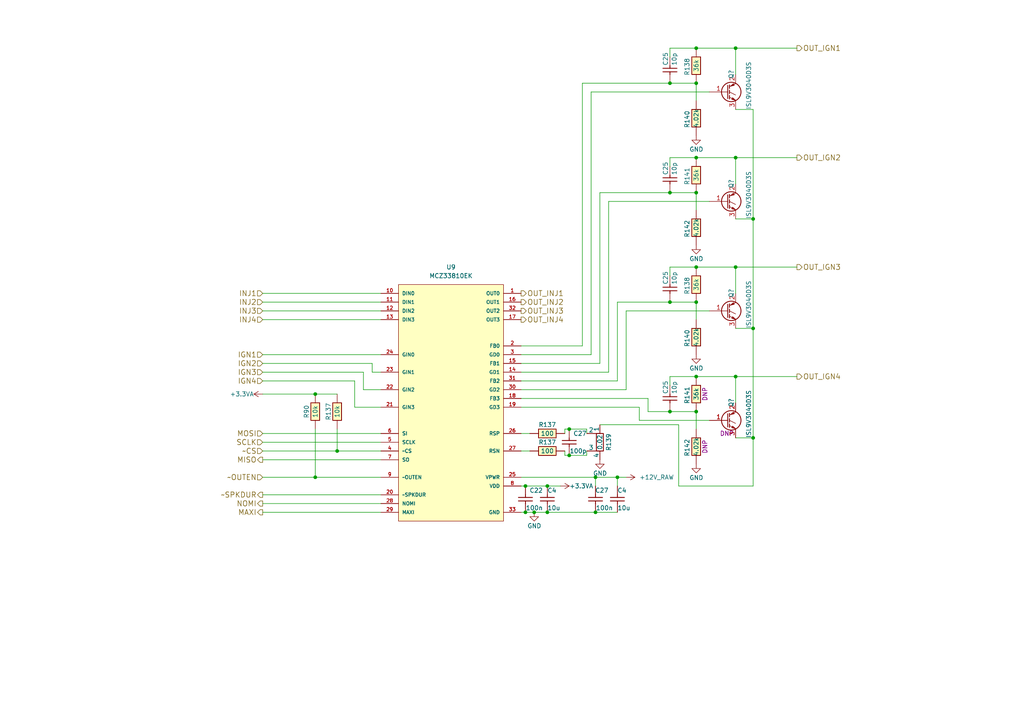
<source format=kicad_sch>
(kicad_sch (version 20230121) (generator eeschema)
  (paper "A4")
  (lib_symbols
    (symbol "Device:Q_NIGBT_GCE" (pin_names (offset 0) hide)
      (property "Reference" "Q" (at 5.08 1.27 0))
      (property "Value" "Q_NIGBT_GCE" (at 5.08 -1.27 0))
      (symbol "Q_NIGBT_GCE_0_1"
        (polyline (pts (xy 0.762 -1.016) (xy 0.762 -2.032)) (stroke (width 0.254)))
        (polyline (pts (xy 0.762 0.508) (xy 0.762 -0.508)) (stroke (width 0.254)))
        (polyline (pts (xy 0.762 2.032) (xy 0.762 1.016)) (stroke (width 0.254)))
        (polyline (pts (xy 2.54 -2.413) (xy 0.762 -1.524)))
        (polyline (pts (xy 2.54 -0.889) (xy 0.762 0)))
        (polyline (pts (xy 2.54 2.413) (xy 0.762 1.524)))
        (polyline (pts (xy 0.254 1.905) (xy 0.254 -1.905) (xy 0.254 -1.905)) (stroke (width 0.254)))
        (polyline (pts (xy 1.397 -2.159) (xy 1.651 -1.651) (xy 2.54 -2.413) (xy 1.397 -2.159)) (fill (type outline)))
        (polyline (pts (xy 2.159 1.905) (xy 1.905 2.413) (xy 1.016 1.651) (xy 2.159 1.905)) (fill (type outline)))
        (circle (center 1.27 0) (radius 2.8194) (stroke (width 0.254)))
      )
      (symbol "Q_NIGBT_GCE_1_1"
        (pin input line (at -5.08 0 0) (length 5.334) (name "G") (number "1"))
        (pin passive line (at 2.54 5.08 270) (length 2.54) (name "C") (number "2"))
        (pin passive line (at 2.54 -5.08 90) (length 2.54) (name "E") (number "3"))
      )
    )
    (symbol "Device:R_Shunt" (pin_numbers hide) (pin_names (offset 0))
      (property "Reference" "R" (at -4.445 0 90))
      (property "Value" "R_Shunt" (at -2.54 0 90))
      (symbol "R_Shunt_0_1"
        (rectangle (start -1.016 -2.54) (end 1.016 2.54) (stroke (width 0.254)))
        (polyline (pts (xy 0 -2.54) (xy 1.27 -2.54)))
        (polyline (pts (xy 1.27 2.54) (xy 0 2.54)))
      )
      (symbol "R_Shunt_1_1"
        (pin passive line (at 0 5.08 270) (length 2.54) (name "1") (number "1"))
        (pin passive line (at 3.81 2.54 180) (length 2.54) (name "2") (number "2"))
        (pin passive line (at 3.81 -2.54 180) (length 2.54) (name "3") (number "3"))
        (pin passive line (at 0 -5.08 90) (length 2.54) (name "4") (number "4"))
      )
    )
    (symbol "Mcz33810:MCZ33810EK" (pin_names (offset 1.016))
      (property "Reference" "U" (at -1.27 38.1 0))
      (property "Value" "MCZ33810EK" (at -6.35 35.56 0))
      (symbol "MCZ33810EK_0_0"
        (pin output line (at 20.32 33.02 180) (length 5.08) (name "OUT0") (number "1"))
        (pin input line (at -20.32 33.02 0) (length 5.08) (name "DIN0") (number "10"))
        (pin input line (at -20.32 30.48 0) (length 5.08) (name "DIN1") (number "11"))
        (pin input line (at -20.32 27.94 0) (length 5.08) (name "DIN2") (number "12"))
        (pin input line (at -20.32 25.4 0) (length 5.08) (name "DIN3") (number "13"))
        (pin output line (at 20.32 10.16 180) (length 5.08) (name "GD1") (number "14"))
        (pin input line (at 20.32 12.7 180) (length 5.08) (name "FB1") (number "15"))
        (pin output line (at 20.32 30.48 180) (length 5.08) (name "OUT1") (number "16"))
        (pin output line (at 20.32 25.4 180) (length 5.08) (name "OUT3") (number "17"))
        (pin input line (at 20.32 2.54 180) (length 5.08) (name "FB3") (number "18"))
        (pin output line (at 20.32 0 180) (length 5.08) (name "GD3") (number "19"))
        (pin input line (at 20.32 17.78 180) (length 5.08) (name "FB0") (number "2"))
        (pin input line (at -20.32 -25.4 0) (length 5.08) (name "~SPKDUR") (number "20"))
        (pin input line (at -20.32 0 0) (length 5.08) (name "GIN3") (number "21"))
        (pin input line (at -20.32 5.08 0) (length 5.08) (name "GIN2") (number "22"))
        (pin input line (at -20.32 10.16 0) (length 5.08) (name "GIN1") (number "23"))
        (pin input line (at -20.32 15.24 0) (length 5.08) (name "GIN0") (number "24"))
        (pin input line (at 20.32 -20.32 180) (length 5.08) (name "VPWR") (number "25"))
        (pin input line (at 20.32 -7.62 180) (length 5.08) (name "RSP") (number "26"))
        (pin input line (at 20.32 -12.7 180) (length 5.08) (name "RSN") (number "27"))
        (pin output line (at -20.32 -27.94 0) (length 5.08) (name "NOMI") (number "28"))
        (pin input line (at -20.32 -30.48 0) (length 5.08) (name "MAXI") (number "29"))
        (pin output line (at 20.32 15.24 180) (length 5.08) (name "GD0") (number "3"))
        (pin output line (at 20.32 5.08 180) (length 5.08) (name "GD2") (number "30"))
        (pin input line (at 20.32 7.62 180) (length 5.08) (name "FB2") (number "31"))
        (pin output line (at 20.32 27.94 180) (length 5.08) (name "OUT2") (number "32"))
        (pin passive line (at 20.32 -30.48 180) (length 5.08) (name "GND") (number "33"))
        (pin input line (at -20.32 -12.7 0) (length 5.08) (name "~CS") (number "4"))
        (pin input line (at -20.32 -10.16 0) (length 5.08) (name "SCLK") (number "5"))
        (pin input line (at -20.32 -7.62 0) (length 5.08) (name "SI") (number "6"))
        (pin output line (at -20.32 -15.24 0) (length 5.08) (name "SO") (number "7"))
        (pin power_in line (at 20.32 -22.86 180) (length 5.08) (name "VDD") (number "8"))
        (pin output line (at -20.32 -20.32 0) (length 5.08) (name "~OUTEN") (number "9"))
      )
      (symbol "MCZ33810EK_1_0"
        (rectangle (start -15.24 35.56) (end 15.24 -33.02) (fill (type background)))
      )
    )
    (symbol "hellen-one-common:+12V_RAW" (power) (pin_names (offset 0))
      (property "Value" "+12V_RAW" (at 0 3.556 0))
      (symbol "+12V_RAW_0_1"
        (polyline (pts (xy -0.762 1.27) (xy 0 2.54)))
        (polyline (pts (xy 0 0) (xy 0 2.54)))
        (polyline (pts (xy 0 2.54) (xy 0.762 1.27)))
      )
      (symbol "+12V_RAW_1_1"
        (pin power_in line (at 0 0 90) (length 0) hide (name "+12V_RAW") (number "1"))
      )
    )
    (symbol "hellen-one-common:Cap" (pin_numbers hide)
      (property "Reference" "C" (at -3.81 2.54 0))
      (property "Value" "Cap" (at -2.54 -1.27 0))
      (symbol "Cap_1_0"
        (polyline (pts (xy -1.27 0) (xy -0.508 0)) (stroke (width 0.254)))
        (polyline (pts (xy -0.508 -2.032) (xy -0.508 2.032)) (stroke (width 0.254)))
        (polyline (pts (xy 0.508 2.032) (xy 0.508 -2.032)) (stroke (width 0.254)))
        (polyline (pts (xy 1.27 0) (xy 0.508 0)) (stroke (width 0.254)))
        (pin passive line (at -3.81 0 0) (length 2.54) (name "") (number "1"))
        (pin passive line (at 3.81 0 180) (length 2.54) (name "") (number "2"))
      )
    )
    (symbol "hellen-one-common:Res" (pin_numbers hide)
      (property "Reference" "R" (at 3.81 2.54 0))
      (property "Value" "Res" (at 5.08 -2.54 0))
      (symbol "Res_1_0"
        (rectangle (start 2.54 -1.27) (end 7.62 1.27) (stroke (width 0.254)) (fill (type background)))
        (pin passive line (at 0 0 0) (length 2.54) (name "") (number "1"))
        (pin passive line (at 10.16 0 180) (length 2.54) (name "") (number "2"))
      )
    )
    (symbol "power:+3.3VA" (power) (pin_names (offset 0))
      (property "Value" "+3.3VA" (at 0 3.556 0))
      (symbol "+3.3VA_0_1"
        (polyline (pts (xy -0.762 1.27) (xy 0 2.54)))
        (polyline (pts (xy 0 0) (xy 0 2.54)))
        (polyline (pts (xy 0 2.54) (xy 0.762 1.27)))
      )
      (symbol "+3.3VA_1_1"
        (pin power_in line (at 0 0 90) (length 0) hide (name "+3.3VA") (number "1"))
      )
    )
    (symbol "power:GND" (power) (pin_names (offset 0))
      (property "Value" "GND" (at 0 -3.81 0))
      (symbol "GND_0_1"
        (polyline (pts (xy 0 0) (xy 0 -1.27) (xy 1.27 -1.27) (xy 0 -2.54) (xy -1.27 -1.27) (xy 0 -1.27)))
      )
      (symbol "GND_1_1"
        (pin power_in line (at 0 0 270) (length 0) hide (name "GND") (number "1"))
      )
    )
  )
  (junction (at 172.72 138.43))
  (junction (at 201.93 119.38))
  (junction (at 172.72 148.59))
  (junction (at 194.31 24.13))
  (junction (at 201.93 45.72))
  (junction (at 154.94 148.59))
  (junction (at 91.44 114.3))
  (junction (at 152.4 148.59))
  (junction (at 213.36 45.72))
  (junction (at 194.31 87.63))
  (junction (at 213.36 109.22))
  (junction (at 201.93 55.88))
  (junction (at 152.4 140.97))
  (junction (at 201.93 13.97))
  (junction (at 218.44 127))
  (junction (at 165.1 132.08))
  (junction (at 91.44 138.43))
  (junction (at 213.36 13.97))
  (junction (at 194.31 119.38))
  (junction (at 218.44 63.5))
  (junction (at 194.31 55.88))
  (junction (at 218.44 95.25))
  (junction (at 97.79 130.81))
  (junction (at 158.75 148.59))
  (junction (at 201.93 24.13))
  (junction (at 158.75 140.97))
  (junction (at 201.93 87.63))
  (junction (at 179.07 138.43))
  (junction (at 201.93 109.22))
  (junction (at 165.1 124.46))
  (junction (at 201.93 77.47))
  (junction (at 213.36 77.47))
  (wire (pts (xy 213.36 45.72) (xy 231.14 45.72)))
  (wire (pts (xy 194.31 119.38) (xy 201.93 119.38)))
  (wire (pts (xy 76.2 128.27) (xy 110.49 128.27)))
  (wire (pts (xy 213.36 95.25) (xy 218.44 95.25)))
  (wire (pts (xy 154.94 148.59) (xy 158.75 148.59)))
  (wire (pts (xy 170.18 132.08) (xy 170.18 130.81)))
  (wire (pts (xy 185.42 121.92) (xy 205.74 121.92)))
  (wire (pts (xy 201.93 45.72) (xy 194.31 45.72)))
  (wire (pts (xy 201.93 45.72) (xy 213.36 45.72)))
  (wire (pts (xy 151.13 100.33) (xy 168.91 100.33)))
  (wire (pts (xy 213.36 21.59) (xy 213.36 13.97)))
  (wire (pts (xy 201.93 77.47) (xy 194.31 77.47)))
  (wire (pts (xy 76.2 92.71) (xy 110.49 92.71)))
  (wire (pts (xy 218.44 127) (xy 218.44 140.97)))
  (wire (pts (xy 76.2 114.3) (xy 91.44 114.3)))
  (wire (pts (xy 196.85 140.97) (xy 218.44 140.97)))
  (wire (pts (xy 194.31 55.88) (xy 201.93 55.88)))
  (wire (pts (xy 172.72 140.97) (xy 172.72 138.43)))
  (wire (pts (xy 151.13 115.57) (xy 187.96 115.57)))
  (wire (pts (xy 105.41 113.03) (xy 105.41 107.95)))
  (wire (pts (xy 91.44 114.3) (xy 97.79 114.3)))
  (wire (pts (xy 213.36 63.5) (xy 218.44 63.5)))
  (wire (pts (xy 151.13 102.87) (xy 171.45 102.87)))
  (wire (pts (xy 194.31 13.97) (xy 194.31 16.51)))
  (wire (pts (xy 76.2 87.63) (xy 110.49 87.63)))
  (wire (pts (xy 165.1 124.46) (xy 163.83 124.46)))
  (wire (pts (xy 76.2 138.43) (xy 91.44 138.43)))
  (wire (pts (xy 194.31 109.22) (xy 194.31 111.76)))
  (wire (pts (xy 213.36 77.47) (xy 231.14 77.47)))
  (wire (pts (xy 196.85 123.19) (xy 196.85 140.97)))
  (wire (pts (xy 163.83 124.46) (xy 163.83 125.73)))
  (wire (pts (xy 151.13 110.49) (xy 179.07 110.49)))
  (wire (pts (xy 201.93 92.71) (xy 201.93 87.63)))
  (wire (pts (xy 213.36 31.75) (xy 218.44 31.75)))
  (wire (pts (xy 76.2 110.49) (xy 102.87 110.49)))
  (wire (pts (xy 179.07 138.43) (xy 181.61 138.43)))
  (wire (pts (xy 170.18 124.46) (xy 165.1 124.46)))
  (wire (pts (xy 76.2 125.73) (xy 110.49 125.73)))
  (wire (pts (xy 181.61 113.03) (xy 151.13 113.03)))
  (wire (pts (xy 171.45 26.67) (xy 205.74 26.67)))
  (wire (pts (xy 152.4 140.97) (xy 151.13 140.97)))
  (wire (pts (xy 194.31 87.63) (xy 201.93 87.63)))
  (wire (pts (xy 173.99 123.19) (xy 196.85 123.19)))
  (wire (pts (xy 102.87 110.49) (xy 102.87 118.11)))
  (wire (pts (xy 172.72 148.59) (xy 179.07 148.59)))
  (wire (pts (xy 165.1 132.08) (xy 163.83 132.08)))
  (wire (pts (xy 151.13 105.41) (xy 173.99 105.41)))
  (wire (pts (xy 76.2 133.35) (xy 110.49 133.35)))
  (wire (pts (xy 201.93 13.97) (xy 213.36 13.97)))
  (wire (pts (xy 176.53 58.42) (xy 205.74 58.42)))
  (wire (pts (xy 185.42 118.11) (xy 185.42 121.92)))
  (wire (pts (xy 76.2 143.51) (xy 110.49 143.51)))
  (wire (pts (xy 97.79 130.81) (xy 97.79 124.46)))
  (wire (pts (xy 201.93 109.22) (xy 194.31 109.22)))
  (wire (pts (xy 102.87 118.11) (xy 110.49 118.11)))
  (wire (pts (xy 218.44 95.25) (xy 218.44 127)))
  (wire (pts (xy 185.42 118.11) (xy 151.13 118.11)))
  (wire (pts (xy 213.36 53.34) (xy 213.36 45.72)))
  (wire (pts (xy 187.96 119.38) (xy 187.96 115.57)))
  (wire (pts (xy 91.44 138.43) (xy 110.49 138.43)))
  (wire (pts (xy 152.4 140.97) (xy 158.75 140.97)))
  (wire (pts (xy 173.99 105.41) (xy 173.99 55.88)))
  (wire (pts (xy 179.07 110.49) (xy 179.07 87.63)))
  (wire (pts (xy 76.2 130.81) (xy 97.79 130.81)))
  (wire (pts (xy 170.18 124.46) (xy 170.18 125.73)))
  (wire (pts (xy 179.07 87.63) (xy 194.31 87.63)))
  (wire (pts (xy 107.95 107.95) (xy 107.95 105.41)))
  (wire (pts (xy 76.2 148.59) (xy 110.49 148.59)))
  (wire (pts (xy 76.2 107.95) (xy 105.41 107.95)))
  (wire (pts (xy 154.94 148.59) (xy 152.4 148.59)))
  (wire (pts (xy 176.53 107.95) (xy 176.53 58.42)))
  (wire (pts (xy 201.93 29.21) (xy 201.93 24.13)))
  (wire (pts (xy 76.2 105.41) (xy 107.95 105.41)))
  (wire (pts (xy 218.44 63.5) (xy 218.44 95.25)))
  (wire (pts (xy 168.91 100.33) (xy 168.91 24.13)))
  (wire (pts (xy 110.49 113.03) (xy 105.41 113.03)))
  (wire (pts (xy 151.13 125.73) (xy 153.67 125.73)))
  (wire (pts (xy 201.93 109.22) (xy 213.36 109.22)))
  (wire (pts (xy 172.72 138.43) (xy 151.13 138.43)))
  (wire (pts (xy 194.31 77.47) (xy 194.31 80.01)))
  (wire (pts (xy 179.07 138.43) (xy 179.07 140.97)))
  (wire (pts (xy 201.93 60.96) (xy 201.93 55.88)))
  (wire (pts (xy 171.45 102.87) (xy 171.45 26.67)))
  (wire (pts (xy 152.4 148.59) (xy 151.13 148.59)))
  (wire (pts (xy 181.61 90.17) (xy 181.61 113.03)))
  (wire (pts (xy 201.93 77.47) (xy 213.36 77.47)))
  (wire (pts (xy 213.36 109.22) (xy 231.14 109.22)))
  (wire (pts (xy 205.74 90.17) (xy 181.61 90.17)))
  (wire (pts (xy 110.49 107.95) (xy 107.95 107.95)))
  (wire (pts (xy 76.2 90.17) (xy 110.49 90.17)))
  (wire (pts (xy 213.36 127) (xy 218.44 127)))
  (wire (pts (xy 168.91 24.13) (xy 194.31 24.13)))
  (wire (pts (xy 158.75 140.97) (xy 162.56 140.97)))
  (wire (pts (xy 158.75 148.59) (xy 172.72 148.59)))
  (wire (pts (xy 201.93 124.46) (xy 201.93 119.38)))
  (wire (pts (xy 76.2 146.05) (xy 110.49 146.05)))
  (wire (pts (xy 151.13 107.95) (xy 176.53 107.95)))
  (wire (pts (xy 173.99 55.88) (xy 194.31 55.88)))
  (wire (pts (xy 110.49 130.81) (xy 97.79 130.81)))
  (wire (pts (xy 187.96 119.38) (xy 194.31 119.38)))
  (wire (pts (xy 76.2 102.87) (xy 110.49 102.87)))
  (wire (pts (xy 213.36 116.84) (xy 213.36 109.22)))
  (wire (pts (xy 218.44 31.75) (xy 218.44 63.5)))
  (wire (pts (xy 76.2 85.09) (xy 110.49 85.09)))
  (wire (pts (xy 91.44 124.46) (xy 91.44 138.43)))
  (wire (pts (xy 213.36 13.97) (xy 231.14 13.97)))
  (wire (pts (xy 194.31 45.72) (xy 194.31 48.26)))
  (wire (pts (xy 213.36 85.09) (xy 213.36 77.47)))
  (wire (pts (xy 201.93 13.97) (xy 194.31 13.97)))
  (wire (pts (xy 179.07 138.43) (xy 172.72 138.43)))
  (wire (pts (xy 153.67 130.81) (xy 151.13 130.81)))
  (wire (pts (xy 170.18 132.08) (xy 165.1 132.08)))
  (wire (pts (xy 194.31 24.13) (xy 201.93 24.13)))
  (wire (pts (xy 163.83 132.08) (xy 163.83 130.81)))
  (hierarchical_label "OUT_IGN3" (shape output) (at 231.14 77.47 0) (effects (font (size 1.524 1.524))))
  (hierarchical_label "OUT_INJ2" (shape output) (at 151.13 87.63 0) (effects (font (size 1.524 1.524))))
  (hierarchical_label "OUT_INJ3" (shape output) (at 151.13 90.17 0) (effects (font (size 1.524 1.524))))
  (hierarchical_label "NOMI" (shape output) (at 76.2 146.05 180) (effects (font (size 1.524 1.524))))
  (hierarchical_label "INJ4" (shape input) (at 76.2 92.71 180) (effects (font (size 1.524 1.524))))
  (hierarchical_label "SCLK" (shape input) (at 76.2 128.27 180) (effects (font (size 1.524 1.524))))
  (hierarchical_label "IGN4" (shape input) (at 76.2 110.49 180) (effects (font (size 1.524 1.524))))
  (hierarchical_label "~OUTEN" (shape input) (at 76.2 138.43 180) (effects (font (size 1.524 1.524))))
  (hierarchical_label "MAXI" (shape output) (at 76.2 148.59 180) (effects (font (size 1.524 1.524))))
  (hierarchical_label "INJ2" (shape input) (at 76.2 87.63 180) (effects (font (size 1.524 1.524))))
  (hierarchical_label "OUT_IGN1" (shape output) (at 231.14 13.97 0) (effects (font (size 1.524 1.524))))
  (hierarchical_label "INJ3" (shape input) (at 76.2 90.17 180) (effects (font (size 1.524 1.524))))
  (hierarchical_label "MOSI" (shape input) (at 76.2 125.73 180) (effects (font (size 1.524 1.524))))
  (hierarchical_label "~CS" (shape input) (at 76.2 130.81 180) (effects (font (size 1.524 1.524))))
  (hierarchical_label "IGN1" (shape input) (at 76.2 102.87 180) (effects (font (size 1.524 1.524))))
  (hierarchical_label "IGN3" (shape input) (at 76.2 107.95 180) (effects (font (size 1.524 1.524))))
  (hierarchical_label "OUT_IGN2" (shape output) (at 231.14 45.72 0) (effects (font (size 1.524 1.524))))
  (hierarchical_label "IGN2" (shape input) (at 76.2 105.41 180) (effects (font (size 1.524 1.524))))
  (hierarchical_label "INJ1" (shape input) (at 76.2 85.09 180) (effects (font (size 1.524 1.524))))
  (hierarchical_label "MISO" (shape output) (at 76.2 133.35 180) (effects (font (size 1.524 1.524))))
  (hierarchical_label "OUT_IGN4" (shape output) (at 231.14 109.22 0) (effects (font (size 1.524 1.524))))
  (hierarchical_label "~SPKDUR" (shape output) (at 76.2 143.51 180) (effects (font (size 1.524 1.524))))
  (hierarchical_label "OUT_INJ1" (shape output) (at 151.13 85.09 0) (effects (font (size 1.524 1.524))))
  (hierarchical_label "OUT_INJ4" (shape output) (at 151.13 92.71 0) (effects (font (size 1.524 1.524))))
  (symbol (lib_id "hellen-one-common:Cap") (at 158.75 144.78 90) (unit 1)
    (property "Reference" "C4" (at 158.75 142.24 90) (effects (justify right)))
    (property "Value" "10u" (at 158.75 147.32 90) (effects (justify right)))
    (property "Footprint" "Capacitor_SMD:C_0805_2012Metric" (effects hide))
    (property "LCSC" "C440198" (effects hide))
    (instances (project "MC33810-breakout" (path "" (reference "C4") (unit 1)) (path "" (reference "C2") (unit 1))) (project "hd81" (path "" (reference "C15") (unit 1))) (project "hellen-112-mg1" (path "" (reference "C15") (unit 1))))
  )
  (symbol (lib_id "Device:Q_NIGBT_GCE") (at 210.82 121.92 0) (unit 1)
    (property "Reference" "Q?" (at 212.09 118.11 90) (effects (justify left)))
    (property "Value" "ISL9V3040D3S" (at 217.17 127 90) (effects (justify left)))
    (property "Footprint" "Package_TO_SOT_SMD:TO-252-2" (effects hide))
    (property "MyComment" "DNP" (at 210.82 125.73 0))
    (instances (project "hd81" (path "" (reference "Q?") (unit 1)) (path "" (reference "Q4") (unit 1))) (project "DUMB_COILS4" (path "" (reference "Q?") (unit 1))) (project "hellen-112-mg1" (path "" (reference "Q1") (unit 1)) (path "" (reference "Q14") (unit 1))) (project "ign_quad" (path "" (reference "Q?") (unit 1))))
  )
  (symbol (lib_id "hellen-one-common:Cap") (at 179.07 144.78 90) (unit 1)
    (property "Reference" "C4" (at 179.07 142.24 90) (effects (justify right)))
    (property "Value" "10u" (at 179.07 147.32 90) (effects (justify right)))
    (property "Footprint" "Capacitor_SMD:C_0805_2012Metric" (effects hide))
    (property "LCSC" "C440198" (effects hide))
    (instances (project "MC33810-breakout" (path "" (reference "C4") (unit 1)) (path "" (reference "C5") (unit 1))) (project "hd81" (path "" (reference "C17") (unit 1))) (project "hellen-112-mg1" (path "" (reference "C17") (unit 1))))
  )
  (symbol (lib_id "hellen-one-common:Res") (at 201.93 29.21 90) (mirror x) (unit 1)
    (property "Reference" "R140" (at 199.2853 34.6104 0))
    (property "Value" "4.02k" (at 201.93 34.29 0))
    (property "Footprint" "Resistor_SMD:R_1206_3216Metric" (effects hide))
    (property "LCSC" "C274026" (effects hide))
    (instances (project "MC33810-breakout" (path "" (reference "R140") (unit 1)) (path "" (reference "R7") (unit 1))) (project "hd81" (path "" (reference "R13") (unit 1)) (path "" (reference "R33") (unit 1))) (project "hellen-112-mg1" (path "" (reference "R76") (unit 1))))
  )
  (symbol (lib_id "Device:Q_NIGBT_GCE") (at 210.82 26.67 0) (unit 1)
    (property "Reference" "Q?" (at 212.09 22.86 90) (effects (justify left)))
    (property "Value" "ISL9V3040D3S" (at 217.17 31.75 90) (effects (justify left)))
    (property "Footprint" "Package_TO_SOT_SMD:TO-252-2" (effects hide))
    (property "LCSC" "C462128" (effects hide))
    (instances (project "hd81" (path "" (reference "Q?") (unit 1)) (path "" (reference "Q3") (unit 1))) (project "DUMB_COILS4" (path "" (reference "Q?") (unit 1))) (project "hellen-112-mg1" (path "" (reference "Q1") (unit 1)) (path "" (reference "Q11") (unit 1))) (project "ign_quad" (path "" (reference "Q?") (unit 1))))
  )
  (symbol (lib_id "hellen-one-common:Cap") (at 194.31 115.57 270) (unit 1)
    (property "Reference" "C25" (at 193.04 114.3 0) (effects (justify right)))
    (property "Value" "10p" (at 195.58 114.3 0) (effects (justify right)))
    (property "Footprint" "hellen-one-common:C0603" (effects hide))
    (property "LCSC" "C1634" (effects hide))
    (instances (project "MC33810-breakout" (path "" (reference "C25") (unit 1)) (path "" (reference "C6") (unit 1))) (project "hd81" (path "" (reference "C18") (unit 1))) (project "hellen-112-mg1" (path "" (reference "C11") (unit 1)) (path "" (reference "C26") (unit 1)) (path "" (reference "C22") (unit 1))))
  )
  (symbol (lib_id "hellen-one-common:Res") (at 153.67 130.81 0) (mirror x) (unit 1)
    (property "Reference" "R137" (at 158.75 128.27 0))
    (property "Value" "100" (at 158.75 130.81 0))
    (property "Footprint" "hellen-one-common:R0603" (effects hide))
    (property "LCSC" "C22775" (effects hide))
    (instances (project "MC33810-breakout" (path "" (reference "R137") (unit 1)) (path "" (reference "R4") (unit 1))) (project "hd81" (path "" (reference "R31") (unit 1))) (project "hellen-112-mg1" (path "" (reference "R74") (unit 1))))
  )
  (symbol (lib_id "power:GND") (at 201.93 39.37 0) (unit 1)
    (property "Reference" "#PWR0156" (effects hide))
    (property "Value" "GND" (at 201.9808 43.3134 0))
    (instances (project "MC33810-breakout" (path "" (reference "#PWR0156") (unit 1)) (path "" (reference "#PWR08") (unit 1))) (project "hd81" (path "" (reference "#PWR?") (unit 1)) (path "" (reference "#PWR091") (unit 1))) (project "hellen-112-mg1" (path "" (reference "#PWR0148") (unit 1)) (path "" (reference "#PWR076") (unit 1)) (path "" (reference "#PWR019") (unit 1))))
  )
  (symbol (lib_id "hellen-one-common:Res") (at 153.67 125.73 0) (mirror x) (unit 1)
    (property "Reference" "R137" (at 158.75 123.19 0))
    (property "Value" "100" (at 158.75 125.73 0))
    (property "Footprint" "hellen-one-common:R0603" (effects hide))
    (property "LCSC" "C22775" (effects hide))
    (instances (project "MC33810-breakout" (path "" (reference "R137") (unit 1)) (path "" (reference "R3") (unit 1))) (project "hd81" (path "" (reference "R30") (unit 1))) (project "hellen-112-mg1" (path "" (reference "R73") (unit 1))))
  )
  (symbol (lib_id "power:GND") (at 201.93 134.62 0) (unit 1)
    (property "Reference" "#PWR0157" (effects hide))
    (property "Value" "GND" (at 201.9808 138.5634 0))
    (instances (project "MC33810-breakout" (path "" (reference "#PWR0157") (unit 1)) (path "" (reference "#PWR09") (unit 1))) (project "hd81" (path "" (reference "#PWR?") (unit 1)) (path "" (reference "#PWR092") (unit 1))) (project "hellen-112-mg1" (path "" (reference "#PWR0148") (unit 1)) (path "" (reference "#PWR076") (unit 1)) (path "" (reference "#PWR044") (unit 1))))
  )
  (symbol (lib_id "hellen-one-common:Res") (at 97.79 124.46 270) (mirror x) (unit 1)
    (property "Reference" "R137" (at 95.25 119.38 0))
    (property "Value" "10k" (at 97.79 119.38 0))
    (property "Footprint" "hellen-one-common:R0603" (effects hide))
    (property "LCSC" "C25804" (effects hide))
    (instances (project "MC33810-breakout" (path "" (reference "R137") (unit 1)) (path "" (reference "R2") (unit 1))) (project "hd81" (path "" (reference "R29") (unit 1))) (project "hellen-112-mg1" (path "" (reference "R72") (unit 1))))
  )
  (symbol (lib_id "hellen-one-common:Res") (at 201.93 109.22 90) (mirror x) (unit 1)
    (property "Reference" "R141" (at 199.2853 114.6204 0))
    (property "Value" "36k" (at 201.93 114.3 0))
    (property "Footprint" "Resistor_SMD:R_2512_6332Metric" (effects hide))
    (property "MyComment" "DNP" (at 204.47 114.3 0))
    (instances (project "MC33810-breakout" (path "" (reference "R141") (unit 1)) (path "" (reference "R8") (unit 1))) (project "hd81" (path "" (reference "R13") (unit 1)) (path "" (reference "R34") (unit 1))) (project "hellen-112-mg1" (path "" (reference "R82") (unit 1))))
  )
  (symbol (lib_id "hellen-one-common:Cap") (at 172.72 144.78 270) (unit 1)
    (property "Reference" "C27" (at 176.53 142.24 90) (effects (justify right)))
    (property "Value" "100n" (at 177.8 147.32 90) (effects (justify right)))
    (property "Footprint" "hellen-one-common:C0603" (effects hide))
    (property "LCSC" "C14663" (effects hide))
    (instances (project "MC33810-breakout" (path "" (reference "C27") (unit 1)) (path "" (reference "C4") (unit 1))) (project "hd81" (path "" (reference "C16") (unit 1))) (project "hellen-112-mg1" (path "" (reference "C11") (unit 1)) (path "" (reference "C26") (unit 1)) (path "" (reference "C16") (unit 1))))
  )
  (symbol (lib_id "hellen-one-common:Res") (at 91.44 124.46 270) (mirror x) (unit 1)
    (property "Reference" "R90" (at 88.9 119.38 0))
    (property "Value" "10k" (at 91.44 119.38 0))
    (property "Footprint" "hellen-one-common:R0603" (effects hide))
    (property "LCSC" "C25804" (effects hide))
    (instances (project "MC33810-breakout" (path "" (reference "R90") (unit 1)) (path "" (reference "R1") (unit 1))) (project "hd81" (path "" (reference "R28") (unit 1))) (project "hellen-112-mg1" (path "" (reference "R71") (unit 1))))
  )
  (symbol (lib_id "hellen-one-common:Res") (at 201.93 45.72 90) (mirror x) (unit 1)
    (property "Reference" "R141" (at 199.2853 51.1204 0))
    (property "Value" "36k" (at 201.93 50.8 0))
    (property "Footprint" "Resistor_SMD:R_2512_6332Metric" (effects hide))
    (property "LCSC" "C474088" (effects hide))
    (instances (project "MC33810-breakout" (path "" (reference "R141") (unit 1)) (path "" (reference "R8") (unit 1))) (project "hd81" (path "" (reference "R13") (unit 1)) (path "" (reference "R34") (unit 1))) (project "hellen-112-mg1" (path "" (reference "R77") (unit 1))))
  )
  (symbol (lib_id "hellen-one-common:Res") (at 201.93 60.96 90) (mirror x) (unit 1)
    (property "Reference" "R142" (at 199.2853 66.3604 0))
    (property "Value" "4.02k" (at 201.93 66.04 0))
    (property "Footprint" "Resistor_SMD:R_1206_3216Metric" (effects hide))
    (property "LCSC" "C274026" (effects hide))
    (instances (project "MC33810-breakout" (path "" (reference "R142") (unit 1)) (path "" (reference "R9") (unit 1))) (project "hd81" (path "" (reference "R13") (unit 1)) (path "" (reference "R35") (unit 1))) (project "hellen-112-mg1" (path "" (reference "R78") (unit 1))))
  )
  (symbol (lib_id "hellen-one-common:Cap") (at 165.1 128.27 270) (unit 1)
    (property "Reference" "C27" (at 170.18 125.73 90) (effects (justify right)))
    (property "Value" "100p" (at 170.18 130.81 90) (effects (justify right)))
    (property "Footprint" "hellen-one-common:C0603" (effects hide))
    (property "LCSC" "C14858" (effects hide))
    (instances (project "MC33810-breakout" (path "" (reference "C27") (unit 1)) (path "" (reference "C3") (unit 1))) (project "hd81" (path "" (reference "C20") (unit 1))) (project "hellen-112-mg1" (path "" (reference "C11") (unit 1)) (path "" (reference "C26") (unit 1)) (path "" (reference "C20") (unit 1))))
  )
  (symbol (lib_id "hellen-one-common:Res") (at 201.93 124.46 90) (mirror x) (unit 1)
    (property "Reference" "R142" (at 199.2853 129.8604 0))
    (property "Value" "4.02k" (at 201.93 129.54 0))
    (property "Footprint" "Resistor_SMD:R_1206_3216Metric" (effects hide))
    (property "MyComment" "DNP" (at 204.47 129.54 0))
    (instances (project "MC33810-breakout" (path "" (reference "R142") (unit 1)) (path "" (reference "R9") (unit 1))) (project "hd81" (path "" (reference "R13") (unit 1)) (path "" (reference "R35") (unit 1))) (project "hellen-112-mg1" (path "" (reference "R83") (unit 1))))
  )
  (symbol (lib_id "hellen-one-common:Cap") (at 194.31 83.82 270) (unit 1)
    (property "Reference" "C25" (at 193.04 82.55 0) (effects (justify right)))
    (property "Value" "10p" (at 195.58 82.55 0) (effects (justify right)))
    (property "Footprint" "hellen-one-common:C0603" (effects hide))
    (property "LCSC" "C1634" (effects hide))
    (instances (project "MC33810-breakout" (path "" (reference "C25") (unit 1)) (path "" (reference "C6") (unit 1))) (project "hd81" (path "" (reference "C18") (unit 1))) (project "hellen-112-mg1" (path "" (reference "C11") (unit 1)) (path "" (reference "C26") (unit 1)) (path "" (reference "C21") (unit 1))))
  )
  (symbol (lib_id "power:GND") (at 201.93 71.12 0) (unit 1)
    (property "Reference" "#PWR0157" (effects hide))
    (property "Value" "GND" (at 201.9808 75.0634 0))
    (instances (project "MC33810-breakout" (path "" (reference "#PWR0157") (unit 1)) (path "" (reference "#PWR09") (unit 1))) (project "hd81" (path "" (reference "#PWR?") (unit 1)) (path "" (reference "#PWR092") (unit 1))) (project "hellen-112-mg1" (path "" (reference "#PWR0148") (unit 1)) (path "" (reference "#PWR076") (unit 1)) (path "" (reference "#PWR020") (unit 1))))
  )
  (symbol (lib_id "hellen-one-common:Cap") (at 152.4 144.78 270) (unit 1)
    (property "Reference" "C22" (at 157.48 142.24 90) (effects (justify right)))
    (property "Value" "100n" (at 157.48 147.32 90) (effects (justify right)))
    (property "Footprint" "hellen-one-common:C0603" (effects hide))
    (property "LCSC" "C14663" (effects hide))
    (instances (project "MC33810-breakout" (path "" (reference "C22") (unit 1)) (path "" (reference "C1") (unit 1))) (project "hd81" (path "" (reference "C14") (unit 1))) (project "hellen-112-mg1" (path "" (reference "C11") (unit 1)) (path "" (reference "C26") (unit 1)) (path "" (reference "C14") (unit 1))))
  )
  (symbol (lib_id "power:+3.3VA") (at 76.2 114.3 90) (mirror x) (unit 1)
    (property "Reference" "#PWR038" (effects hide))
    (property "Value" "+3.3VA" (at 73.66 114.3 90) (effects (justify left)))
    (instances (project "hd81" (path "" (reference "#PWR038") (unit 1)) (path "" (reference "#PWR086") (unit 1))) (project "hellen-112-mg1" (path "" (reference "#PWR045") (unit 1)) (path "" (reference "#PWR010") (unit 1))))
  )
  (symbol (lib_id "Device:Q_NIGBT_GCE") (at 210.82 58.42 0) (unit 1)
    (property "Reference" "Q?" (at 212.09 54.61 90) (effects (justify left)))
    (property "Value" "ISL9V3040D3S" (at 217.17 63.5 90) (effects (justify left)))
    (property "Footprint" "Package_TO_SOT_SMD:TO-252-2" (effects hide))
    (property "LCSC" "C462128" (effects hide))
    (instances (project "hd81" (path "" (reference "Q?") (unit 1)) (path "" (reference "Q4") (unit 1))) (project "DUMB_COILS4" (path "" (reference "Q?") (unit 1))) (project "hellen-112-mg1" (path "" (reference "Q1") (unit 1)) (path "" (reference "Q12") (unit 1))) (project "ign_quad" (path "" (reference "Q?") (unit 1))))
  )
  (symbol (lib_id "power:GND") (at 154.94 148.59 0) (unit 1)
    (property "Reference" "#PWR0154" (effects hide))
    (property "Value" "GND" (at 154.9908 152.5334 0))
    (instances (project "MC33810-breakout" (path "" (reference "#PWR0154") (unit 1)) (path "" (reference "#PWR04") (unit 1))) (project "hd81" (path "" (reference "#PWR?") (unit 1)) (path "" (reference "#PWR088") (unit 1))) (project "hellen-112-mg1" (path "" (reference "#PWR0148") (unit 1)) (path "" (reference "#PWR076") (unit 1)) (path "" (reference "#PWR016") (unit 1))))
  )
  (symbol (lib_id "Device:Q_NIGBT_GCE") (at 210.82 90.17 0) (unit 1)
    (property "Reference" "Q?" (at 212.09 86.36 90) (effects (justify left)))
    (property "Value" "ISL9V3040D3S" (at 217.17 95.25 90) (effects (justify left)))
    (property "Footprint" "Package_TO_SOT_SMD:TO-252-2" (effects hide))
    (property "LCSC" "C462128" (effects hide))
    (instances (project "hd81" (path "" (reference "Q?") (unit 1)) (path "" (reference "Q3") (unit 1))) (project "DUMB_COILS4" (path "" (reference "Q?") (unit 1))) (project "hellen-112-mg1" (path "" (reference "Q1") (unit 1)) (path "" (reference "Q13") (unit 1))) (project "ign_quad" (path "" (reference "Q?") (unit 1))))
  )
  (symbol (lib_id "Mcz33810:MCZ33810EK") (at 130.81 118.11 0) (unit 1)
    (property "Reference" "U9" (at 130.81 77.47 0))
    (property "Value" "MCZ33810EK" (at 130.81 80.01 0))
    (property "Footprint" "kicad6-libraries:Mcz33810" (effects hide))
    (property "LCSC" "C3192631" (effects hide))
    (instances (project "MC33810-breakout" (path "" (reference "U9") (unit 1)) (path "" (reference "U1") (unit 1))) (project "hd81" (path "" (reference "U7") (unit 1))) (project "hellen-112-mg1" (path "" (reference "U3") (unit 1))))
  )
  (symbol (lib_id "hellen-one-common:Res") (at 201.93 13.97 90) (mirror x) (unit 1)
    (property "Reference" "R138" (at 199.2853 19.3704 0))
    (property "Value" "36k" (at 201.93 19.05 0))
    (property "Footprint" "Resistor_SMD:R_2512_6332Metric" (effects hide))
    (property "LCSC" "C474088" (effects hide))
    (instances (project "MC33810-breakout" (path "" (reference "R138") (unit 1)) (path "" (reference "R6") (unit 1))) (project "hd81" (path "" (reference "R13") (unit 1)) (path "" (reference "R32") (unit 1))) (project "hellen-112-mg1" (path "" (reference "R75") (unit 1))))
  )
  (symbol (lib_id "power:GND") (at 173.99 133.35 0) (unit 1)
    (property "Reference" "#PWR0152" (effects hide))
    (property "Value" "GND" (at 174.0408 137.2934 0))
    (instances (project "MC33810-breakout" (path "" (reference "#PWR0152") (unit 1)) (path "" (reference "#PWR06") (unit 1))) (project "hd81" (path "" (reference "#PWR?") (unit 1)) (path "" (reference "#PWR093") (unit 1))) (project "hellen-112-mg1" (path "" (reference "#PWR0148") (unit 1)) (path "" (reference "#PWR076") (unit 1)) (path "" (reference "#PWR021") (unit 1))))
  )
  (symbol (lib_id "hellen-one-common:Cap") (at 194.31 20.32 270) (unit 1)
    (property "Reference" "C25" (at 193.04 19.05 0) (effects (justify right)))
    (property "Value" "10p" (at 195.58 19.05 0) (effects (justify right)))
    (property "Footprint" "hellen-one-common:C0603" (effects hide))
    (property "LCSC" "C1634" (effects hide))
    (instances (project "MC33810-breakout" (path "" (reference "C25") (unit 1)) (path "" (reference "C6") (unit 1))) (project "hd81" (path "" (reference "C18") (unit 1))) (project "hellen-112-mg1" (path "" (reference "C11") (unit 1)) (path "" (reference "C26") (unit 1)) (path "" (reference "C18") (unit 1))))
  )
  (symbol (lib_id "Device:R_Shunt") (at 173.99 128.27 0) (mirror y) (unit 1)
    (property "Reference" "R139" (at 176.53 128.27 90))
    (property "Value" "0.02" (at 173.99 128.27 90))
    (property "Footprint" "kicad6-libraries:Shunt_1206" (effects hide))
    (property "LCSC" "C728292" (effects hide))
    (instances (project "MC33810-breakout" (path "" (reference "R139") (unit 1)) (path "" (reference "R5") (unit 1))) (project "hd81" (path "" (reference "R36") (unit 1))) (project "hellen-112-mg1" (path "" (reference "R79") (unit 1))))
  )
  (symbol (lib_id "power:GND") (at 201.93 102.87 0) (unit 1)
    (property "Reference" "#PWR0156" (effects hide))
    (property "Value" "GND" (at 201.9808 106.8134 0))
    (instances (project "MC33810-breakout" (path "" (reference "#PWR0156") (unit 1)) (path "" (reference "#PWR08") (unit 1))) (project "hd81" (path "" (reference "#PWR?") (unit 1)) (path "" (reference "#PWR091") (unit 1))) (project "hellen-112-mg1" (path "" (reference "#PWR0148") (unit 1)) (path "" (reference "#PWR076") (unit 1)) (path "" (reference "#PWR024") (unit 1))))
  )
  (symbol (lib_id "hellen-one-common:Res") (at 201.93 77.47 90) (mirror x) (unit 1)
    (property "Reference" "R138" (at 199.2853 82.8704 0))
    (property "Value" "36k" (at 201.93 82.55 0))
    (property "Footprint" "Resistor_SMD:R_2512_6332Metric" (effects hide))
    (property "LCSC" "C474088" (effects hide))
    (instances (project "MC33810-breakout" (path "" (reference "R138") (unit 1)) (path "" (reference "R6") (unit 1))) (project "hd81" (path "" (reference "R13") (unit 1)) (path "" (reference "R32") (unit 1))) (project "hellen-112-mg1" (path "" (reference "R80") (unit 1))))
  )
  (symbol (lib_id "hellen-one-common:Res") (at 201.93 92.71 90) (mirror x) (unit 1)
    (property "Reference" "R140" (at 199.2853 98.1104 0))
    (property "Value" "4.02k" (at 201.93 97.79 0))
    (property "Footprint" "Resistor_SMD:R_1206_3216Metric" (effects hide))
    (property "LCSC" "C274026" (effects hide))
    (instances (project "MC33810-breakout" (path "" (reference "R140") (unit 1)) (path "" (reference "R7") (unit 1))) (project "hd81" (path "" (reference "R13") (unit 1)) (path "" (reference "R33") (unit 1))) (project "hellen-112-mg1" (path "" (reference "R81") (unit 1))))
  )
  (symbol (lib_id "power:+3.3VA") (at 162.56 140.97 270) (unit 1)
    (property "Reference" "#PWR038" (effects hide))
    (property "Value" "+3.3VA" (at 165.1 140.97 90) (effects (justify left)))
    (instances (project "hd81" (path "" (reference "#PWR038") (unit 1)) (path "" (reference "#PWR089") (unit 1))) (project "hellen-112-mg1" (path "" (reference "#PWR045") (unit 1)) (path "" (reference "#PWR017") (unit 1))))
  )
  (symbol (lib_id "hellen-one-common:Cap") (at 194.31 52.07 270) (unit 1)
    (property "Reference" "C25" (at 193.04 50.8 0) (effects (justify right)))
    (property "Value" "10p" (at 195.58 50.8 0) (effects (justify right)))
    (property "Footprint" "hellen-one-common:C0603" (effects hide))
    (property "LCSC" "C1634" (effects hide))
    (instances (project "MC33810-breakout" (path "" (reference "C25") (unit 1)) (path "" (reference "C6") (unit 1))) (project "hd81" (path "" (reference "C18") (unit 1))) (project "hellen-112-mg1" (path "" (reference "C11") (unit 1)) (path "" (reference "C26") (unit 1)) (path "" (reference "C19") (unit 1))))
  )
  (symbol (lib_id "hellen-one-common:+12V_RAW") (at 181.61 138.43 270) (unit 1)
    (property "Reference" "#PWR024" (effects hide))
    (property "Value" "+12V_RAW" (at 185.42 138.43 90) (effects (justify left)))
    (instances (project "hd81" (path "" (reference "#PWR024") (unit 1)) (path "" (reference "#PWR090") (unit 1))) (project "hellen-112-mg1" (path "" (reference "#PWR018") (unit 1))))
  )
)
</source>
